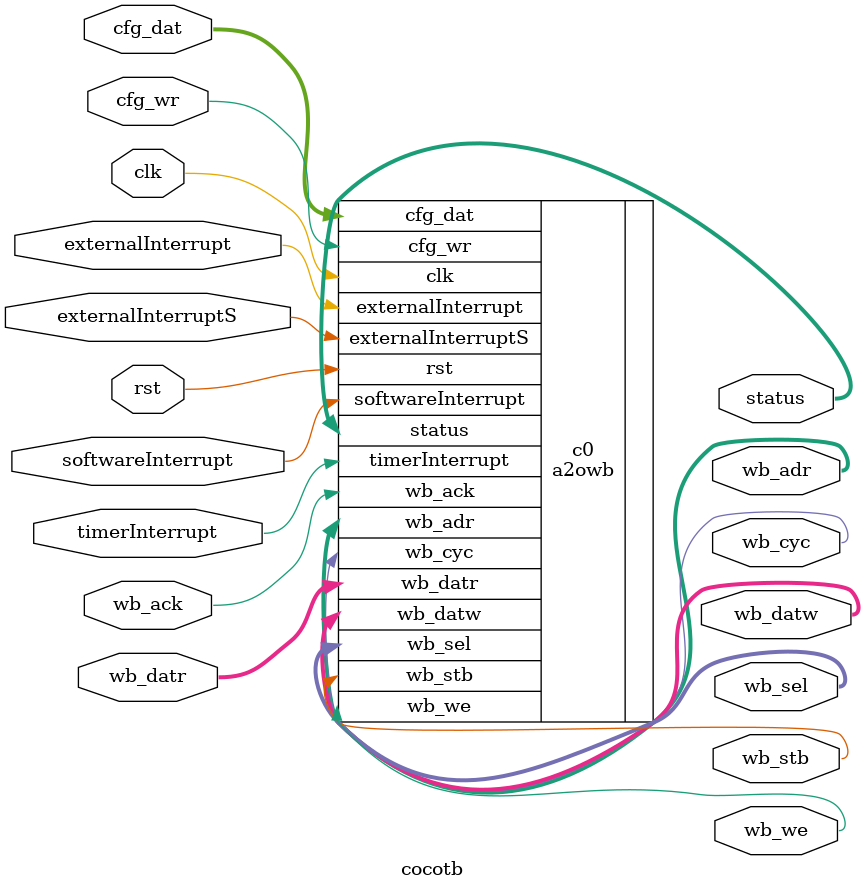
<source format=v>

`include "tri_a2o.vh"

`timescale 1ns/1ps

module cocotb (

    input                            clk,
    input                            rst,

    input  [0:31]                    cfg_dat,
    input                            cfg_wr,
    output [0:31]                    status,

    input                            timerInterrupt,
    input                            externalInterrupt,
    input                            softwareInterrupt,
    input                            externalInterruptS,

    output                           wb_stb,
    output                           wb_cyc,
    output [31:0]                    wb_adr,
    output                           wb_we,
    output [3:0]                     wb_sel,
    output [31:0]                    wb_datw,
    input                            wb_ack,
    input  [31:0]                    wb_datr

);

a2owb c0 (
      .clk(clk),
      .rst(rst),

      .cfg_wr(cfg_wr),
      .cfg_dat(cfg_dat),
      .status(status),

      .timerInterrupt(timerInterrupt),
      .externalInterrupt(externalInterrupt),
      .softwareInterrupt(softwareInterrupt),
      .externalInterruptS(externalInterruptS),

      .wb_stb(wb_stb),
      .wb_cyc(wb_cyc),
      .wb_adr(wb_adr),
      .wb_we(wb_we),
      .wb_ack(wb_ack),
      .wb_sel(wb_sel),
      .wb_datr(wb_datr),
      .wb_datw(wb_datw)
   );

initial begin
  $dumpfile ("a2olitex.vcd");
  // you can do it by levels and also by module so could prune down
  $dumpvars;
  // need to explicitly specify arrays for icarus
  // guess not: $dumpvars cannot dump a vpiMemory
  //$dumpvars(0, c0.iuq0.iuq_slice_top0.slice0.iuq_ibuf0.buffer_data_q);
  #1;
end

endmodule
</source>
